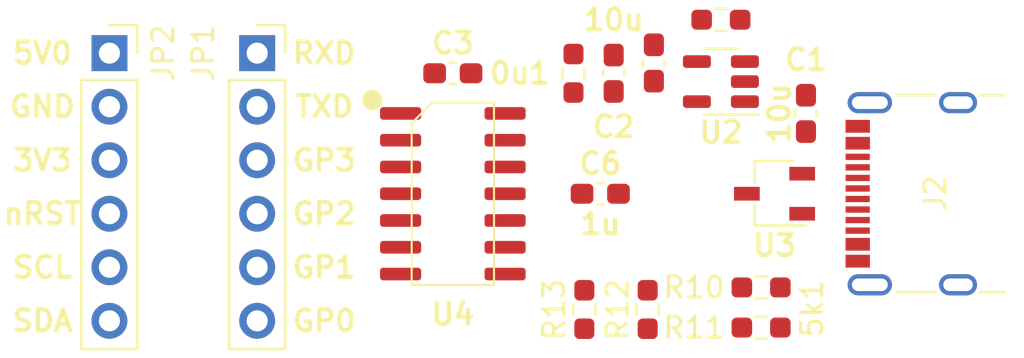
<source format=kicad_pcb>
(kicad_pcb (version 20221018) (generator pcbnew)
  (title_block (title "MCP2221A USB-C") (rev "0.1"))
  (layers (0 "F.Cu" mixed) (31 "B.Cu" mixed) (35 "F.Paste" user) (37 "F.SilkS" user "F.Silkscreen") (38 "B.Mask" user) (39 "F.Mask" user) (44 "Edge.Cuts" user))
  (net 0 "")
  (net 1 "Net-(J2-CC1)")
  (net 2 "Net-(J2-CC2)")
  (net 3 "GND")
  (net 4 "Net-(U2-FB)")
  (net 8 "+5V")
  (net 9 "+3V3")
  (net 10 "MCP2221_TXD")
  (net 11 "MCP2221_RXD")
  (net 12 "GP3")
  (net 13 "GP2")
  (net 14 "GP1")
  (net 15 "GP0")
  (net 16 "nRST")
  (net 17 "SCL")
  (net 18 "SDA")
  (net 19 "/Dp")
  (net 20 "/Dm")
  (net 21 "/VUSB")
  (footprint "Capacitor_SMD:C_0603_1608Metric_Pad1.08x0.95mm_HandSolder" (layer "F.Cu") (at 160.02 52.705)
    (fp_text reference "C3" (at 0 -1.43) (layer "F.SilkS") (effects (font (thickness 0.2))))
    (fp_text value "0u1" (at 3.175 0) (layer "F.SilkS") (effects (font (thickness 0.2))))
    (fp_line (start -0.146267 -0.51) (end 0.146267 -0.51) (stroke (width 0.12)) (layer "F.SilkS"))
    (fp_line (start -0.146267 0.51) (end 0.146267 0.51) (stroke (width 0.12)) (layer "F.SilkS"))
    (pad "1" smd roundrect (at -0.8625 0) (size 1.075 0.95) (layers "F.Cu" "F.Paste" "F.Mask") (net 9 "+3V3"))
    (pad "2" smd roundrect (at 0.8625 0) (size 1.075 0.95) (layers "F.Cu" "F.Paste" "F.Mask") (net 3 "GND"))
  )
  (footprint "Package_TO_SOT_SMD:SOT-23-5" (layer "F.Cu") (at 172.72 53.1 180)
    (fp_text reference "U2" (at 0 -2.4) (layer "F.SilkS") (effects (font (thickness 0.2))))
    (fp_text value "LDO3V3")
    (fp_line (start 0 -1.56) (end -1.8 -1.56) (stroke (width 0.12)) (layer "F.SilkS"))
    (fp_line (start 0 -1.56) (end 0.8 -1.56) (stroke (width 0.12)) (layer "F.SilkS"))
    (fp_line (start 0 1.56) (end -0.8 1.56) (stroke (width 0.12)) (layer "F.SilkS"))
    (fp_line (start 0 1.56) (end 0.8 1.56) (stroke (width 0.12)) (layer "F.SilkS"))
    (pad "1" smd roundrect (at -1.1375 -0.95 180) (size 1.325 0.6) (layers "F.Cu" "F.Paste" "F.Mask") (net 8 "+5V"))
    (pad "2" smd roundrect (at -1.1375 0 180) (size 1.325 0.6) (layers "F.Cu" "F.Paste" "F.Mask") (net 3 "GND"))
    (pad "3" smd roundrect (at -1.1375 0.95 180) (size 1.325 0.6) (layers "F.Cu" "F.Paste" "F.Mask") (net 8 "+5V"))
    (pad "4" smd roundrect (at 1.1375 0.95 180) (size 1.325 0.6) (layers "F.Cu" "F.Paste" "F.Mask") (net 4 "Net-(U2-FB)"))
    (pad "5" smd roundrect (at 1.1375 -0.95 180) (size 1.325 0.6) (layers "F.Cu" "F.Paste" "F.Mask") (net 9 "+3V3"))
  )
  (footprint "Resistor_SMD:R_0603_1608Metric_Pad0.98x0.95mm_HandSolder" (layer "F.Cu") (at 166.25 63.9125 90)
    (fp_text reference "R13" (at 0 -1.43 90) (layer "F.SilkS"))
    (fp_text value "5k1")
    (fp_line (start -0.254724 -0.5225) (end 0.254724 -0.5225) (stroke (width 0.12)) (layer "F.SilkS"))
    (fp_line (start -0.254724 0.5225) (end 0.254724 0.5225) (stroke (width 0.12)) (layer "F.SilkS"))
    (pad "1" smd roundrect (at -0.9125 0 90) (size 0.975 0.95) (layers "F.Cu" "F.Paste" "F.Mask") (net 9 "+3V3"))
    (pad "2" smd roundrect (at 0.9125 0 90) (size 0.975 0.95) (layers "F.Cu" "F.Paste" "F.Mask") (net 18 "SDA"))
  )
  (footprint "Resistor_SMD:R_0603_1608Metric_Pad0.98x0.95mm_HandSolder" (layer "F.Cu") (at 172.72 50.165)
    (fp_text reference "R8" hide)
    (fp_text value "DNP")
    (fp_line (start -0.254724 -0.5225) (end 0.254724 -0.5225) (stroke (width 0.12)) (layer "F.SilkS"))
    (fp_line (start -0.254724 0.5225) (end 0.254724 0.5225) (stroke (width 0.12)) (layer "F.SilkS"))
    (pad "1" smd roundrect (at -0.9125 0) (size 0.975 0.95) (layers "F.Cu" "F.Paste" "F.Mask") (net 4 "Net-(U2-FB)"))
    (pad "2" smd roundrect (at 0.9125 0) (size 0.975 0.95) (layers "F.Cu" "F.Paste" "F.Mask") (net 3 "GND"))
  )
  (footprint "Capacitor_SMD:C_0603_1608Metric_Pad1.08x0.95mm_HandSolder" (layer "F.Cu") (at 167.64 52.705 90)
    (fp_text reference "C2" (at -2.54 0 180) (layer "F.SilkS") (effects (font (thickness 0.2))))
    (fp_text value "10u" (at 2.54 0 180) (layer "F.SilkS") (effects (font (thickness 0.2))))
    (fp_line (start -0.146267 -0.51) (end 0.146267 -0.51) (stroke (width 0.12)) (layer "F.SilkS"))
    (fp_line (start -0.146267 0.51) (end 0.146267 0.51) (stroke (width 0.12)) (layer "F.SilkS"))
    (pad "1" smd roundrect (at -0.8625 0 90) (size 1.075 0.95) (layers "F.Cu" "F.Paste" "F.Mask") (net 9 "+3V3"))
    (pad "2" smd roundrect (at 0.8625 0 90) (size 1.075 0.95) (layers "F.Cu" "F.Paste" "F.Mask") (net 3 "GND"))
  )
  (footprint "Resistor_SMD:R_0603_1608Metric_Pad0.98x0.95mm_HandSolder" (layer "F.Cu") (at 165.735 52.705 90)
    (fp_text reference "R5" hide)
    (fp_text value "DNP")
    (fp_line (start -0.254724 -0.5225) (end 0.254724 -0.5225) (stroke (width 0.12)) (layer "F.SilkS"))
    (fp_line (start -0.254724 0.5225) (end 0.254724 0.5225) (stroke (width 0.12)) (layer "F.SilkS"))
    (pad "1" smd roundrect (at -0.9125 0 90) (size 0.975 0.95) (layers "F.Cu" "F.Paste" "F.Mask") (net 9 "+3V3"))
    (pad "2" smd roundrect (at 0.9125 0 90) (size 0.975 0.95) (layers "F.Cu" "F.Paste" "F.Mask") (net 4 "Net-(U2-FB)"))
  )
  (footprint "Connector_PinSocket_2.54mm:PinSocket_1x06_P2.54mm_Vertical" (layer "F.Cu") (at 143.75 51.75)
    (fp_text reference "JP2" (at 2.54 0 90) (layer "F.SilkS"))
    (fp_text value "Conn_01x06")
    (fp_text user "nRST" (at -3.175 7.62 unlocked) (layer "F.SilkS") (effects (font (thickness 0.2))))
    (fp_text user "5V0" (at -3.175 0 unlocked) (layer "F.SilkS") (effects (font (thickness 0.2))))
    (fp_text user "SDA" (at -3.175 12.7 unlocked) (layer "F.SilkS") (effects (font (thickness 0.2))))
    (fp_text user "GND" (at -3.175 2.54 unlocked) (layer "F.SilkS") (effects (font (thickness 0.2))))
    (fp_text user "3V3" (at -3.175 5.08 unlocked) (layer "F.SilkS") (effects (font (thickness 0.2))))
    (fp_text user "SCL" (at -3.175 10.16 unlocked) (layer "F.SilkS") (effects (font (thickness 0.2))))
    (fp_line (start -1.33 1.27) (end -1.33 14.03) (stroke (width 0.12)) (layer "F.SilkS"))
    (fp_line (start -1.33 1.27) (end 1.33 1.27) (stroke (width 0.12)) (layer "F.SilkS"))
    (fp_line (start -1.33 14.03) (end 1.33 14.03) (stroke (width 0.12)) (layer "F.SilkS"))
    (fp_line (start 0 -1.33) (end 1.33 -1.33) (stroke (width 0.12)) (layer "F.SilkS"))
    (fp_line (start 1.33 -1.33) (end 1.33 0) (stroke (width 0.12)) (layer "F.SilkS"))
    (fp_line (start 1.33 1.27) (end 1.33 14.03) (stroke (width 0.12)) (layer "F.SilkS"))
    (pad "1" thru_hole rect (at 0 0) (size 1.7 1.7) (drill 1) (layers "*.Cu" "*.Mask") (net 8 "+5V"))
    (pad "2" thru_hole oval (at 0 2.54) (size 1.7 1.7) (drill 1) (layers "*.Cu" "*.Mask") (net 3 "GND"))
    (pad "3" thru_hole oval (at 0 5.08) (size 1.7 1.7) (drill 1) (layers "*.Cu" "*.Mask") (net 9 "+3V3"))
    (pad "4" thru_hole oval (at 0 7.62) (size 1.7 1.7) (drill 1) (layers "*.Cu" "*.Mask") (net 16 "nRST"))
    (pad "5" thru_hole oval (at 0 10.16) (size 1.7 1.7) (drill 1) (layers "*.Cu" "*.Mask") (net 17 "SCL"))
    (pad "6" thru_hole oval (at 0 12.7) (size 1.7 1.7) (drill 1) (layers "*.Cu" "*.Mask") (net 18 "SDA"))
  )
  (footprint "Resistor_SMD:R_0603_1608Metric_Pad0.98x0.95mm_HandSolder" (layer "F.Cu") (at 174.625 64.77 180)
    (fp_text reference "R11" (at 3.175 0) (layer "F.SilkS"))
    (fp_text value "5k1" hide)
    (fp_line (start -0.254724 -0.5225) (end 0.254724 -0.5225) (stroke (width 0.12)) (layer "F.SilkS"))
    (fp_line (start -0.254724 0.5225) (end 0.254724 0.5225) (stroke (width 0.12)) (layer "F.SilkS"))
    (pad "1" smd roundrect (at -0.9125 0 180) (size 0.975 0.95) (layers "F.Cu" "F.Paste" "F.Mask") (net 1 "Net-(J2-CC1)"))
    (pad "2" smd roundrect (at 0.9125 0 180) (size 0.975 0.95) (layers "F.Cu" "F.Paste" "F.Mask") (net 3 "GND"))
  )
  (footprint "Resistor_SMD:R_0603_1608Metric_Pad0.98x0.95mm_HandSolder" (layer "F.Cu") (at 169.25 63.9125 90)
    (fp_text reference "R12" (at 0 -1.43 90) (layer "F.SilkS"))
    (fp_text value "5k1")
    (fp_line (start -0.254724 -0.5225) (end 0.254724 -0.5225) (stroke (width 0.12)) (layer "F.SilkS"))
    (fp_line (start -0.254724 0.5225) (end 0.254724 0.5225) (stroke (width 0.12)) (layer "F.SilkS"))
    (pad "1" smd roundrect (at -0.9125 0 90) (size 0.975 0.95) (layers "F.Cu" "F.Paste" "F.Mask") (net 9 "+3V3"))
    (pad "2" smd roundrect (at 0.9125 0 90) (size 0.975 0.95) (layers "F.Cu" "F.Paste" "F.Mask") (net 17 "SCL"))
  )
  (footprint "Connector_USB:USB_C_Receptacle_GCT_USB4105-xx-A_16P_TopMnt_Horizontal" (layer "F.Cu") (at 182.88 58.42 90)
    (fp_text reference "J2" (at 0 0 90 unlocked) (layer "F.SilkS"))
    (fp_text value "USB_C_Receptacle_USB2.0")
    (fp_line (start -4.67 0) (end -4.67 -1.8) (stroke (width 0.12)) (layer "F.SilkS"))
    (fp_line (start -4.67 2.1) (end -4.67 3.25) (stroke (width 0.12)) (layer "F.SilkS"))
    (fp_line (start 4.67 0) (end 4.67 -1.8) (stroke (width 0.12)) (layer "F.SilkS"))
    (fp_line (start 4.67 2.1) (end 4.67 3.25) (stroke (width 0.12)) (layer "F.SilkS"))
    (pad "" np_thru_hole circle (at -2.89 -2.605 90) (size 0.65 0.65) (drill 0.65) (layers "F&B.Cu" "*.Mask"))
    (pad "" np_thru_hole circle (at 2.89 -2.605 90) (size 0.65 0.65) (drill 0.65) (layers "F&B.Cu" "*.Mask"))
    (pad "A1" smd rect (at -3.2 -3.68 90) (size 0.6 1.15) (layers "F.Cu" "F.Paste" "F.Mask") (net 3 "GND"))
    (pad "A4" smd rect (at -2.4 -3.68 90) (size 0.6 1.15) (layers "F.Cu" "F.Paste" "F.Mask") (net 8 "+5V"))
    (pad "A5" smd rect (at -1.25 -3.68 90) (size 0.3 1.15) (layers "F.Cu" "F.Paste" "F.Mask") (net 1 "Net-(J2-CC1)"))
    (pad "A6" smd rect (at -0.25 -3.68 90) (size 0.3 1.15) (layers "F.Cu" "F.Paste" "F.Mask") (net 19 "/Dp"))
    (pad "A7" smd rect (at 0.25 -3.68 90) (size 0.3 1.15) (layers "F.Cu" "F.Paste" "F.Mask") (net 20 "/Dm"))
    (pad "A8" smd rect (at 1.25 -3.68 90) (size 0.3 1.15) (layers "F.Cu" "F.Paste" "F.Mask"))
    (pad "A9" smd rect (at 2.4 -3.68 90) (size 0.6 1.15) (layers "F.Cu" "F.Paste" "F.Mask") (net 8 "+5V"))
    (pad "A12" smd rect (at 3.2 -3.68 90) (size 0.6 1.15) (layers "F.Cu" "F.Paste" "F.Mask") (net 3 "GND"))
    (pad "B1" smd rect (at 3.2 -3.68 90) (size 0.6 1.15) (layers "F.Cu" "F.Paste" "F.Mask") (net 3 "GND"))
    (pad "B4" smd rect (at 2.4 -3.68 90) (size 0.6 1.15) (layers "F.Cu" "F.Paste" "F.Mask") (net 8 "+5V"))
    (pad "B5" smd rect (at 1.75 -3.68 90) (size 0.3 1.15) (layers "F.Cu" "F.Paste" "F.Mask") (net 2 "Net-(J2-CC2)"))
    (pad "B6" smd rect (at 0.75 -3.68 90) (size 0.3 1.15) (layers "F.Cu" "F.Paste" "F.Mask") (net 19 "/Dp"))
    (pad "B7" smd rect (at -0.75 -3.68 90) (size 0.3 1.15) (layers "F.Cu" "F.Paste" "F.Mask") (net 20 "/Dm"))
    (pad "B8" smd rect (at -1.75 -3.68 90) (size 0.3 1.15) (layers "F.Cu" "F.Paste" "F.Mask"))
    (pad "B9" smd rect (at -2.4 -3.68 90) (size 0.6 1.15) (layers "F.Cu" "F.Paste" "F.Mask") (net 8 "+5V"))
    (pad "B12" smd rect (at -3.2 -3.68 90) (size 0.6 1.15) (layers "F.Cu" "F.Paste" "F.Mask") (net 3 "GND"))
    (pad "S1" thru_hole oval (at -4.32 -3.105 90) (size 1 2.1) (drill oval 0.6 1.7) (layers "*.Cu" "*.Mask"))
    (pad "S1" thru_hole oval (at -4.32 1.075 90) (size 1 1.8) (drill oval 0.6 1.4) (layers "*.Cu" "*.Mask"))
    (pad "S1" thru_hole oval (at 4.32 -3.105 90) (size 1 2.1) (drill oval 0.6 1.7) (layers "*.Cu" "*.Mask"))
    (pad "S1" thru_hole oval (at 4.32 1.075 90) (size 1 1.8) (drill oval 0.6 1.4) (layers "*.Cu" "*.Mask"))
  )
  (footprint "Capacitor_SMD:C_0603_1608Metric_Pad1.08x0.95mm_HandSolder" (layer "F.Cu") (at 169.545 52.216267 -90)
    (fp_text reference "C9" hide)
    (fp_text value "DNP")
    (fp_line (start -0.146267 -0.51) (end 0.146267 -0.51) (stroke (width 0.12)) (layer "F.SilkS"))
    (fp_line (start -0.146267 0.51) (end 0.146267 0.51) (stroke (width 0.12)) (layer "F.SilkS"))
    (pad "1" smd roundrect (at -0.8625 0 270) (size 1.075 0.95) (layers "F.Cu" "F.Paste" "F.Mask") (net 4 "Net-(U2-FB)"))
    (pad "2" smd roundrect (at 0.8625 0 270) (size 1.075 0.95) (layers "F.Cu" "F.Paste" "F.Mask") (net 3 "GND"))
  )
  (footprint "Capacitor_SMD:C_0603_1608Metric_Pad1.08x0.95mm_HandSolder" (layer "F.Cu") (at 176.75 54.61 90)
    (fp_text reference "C1" (at 2.54 0 180) (layer "F.SilkS") (effects (font (thickness 0.2))))
    (fp_text value "10u" (at 0 -1.27 90) (layer "F.SilkS") (effects (font (thickness 0.2))))
    (fp_line (start -0.146267 -0.51) (end 0.146267 -0.51) (stroke (width 0.12)) (layer "F.SilkS"))
    (fp_line (start -0.146267 0.51) (end 0.146267 0.51) (stroke (width 0.12)) (layer "F.SilkS"))
    (pad "1" smd roundrect (at -0.8625 0 90) (size 1.075 0.95) (layers "F.Cu" "F.Paste" "F.Mask") (net 8 "+5V"))
    (pad "2" smd roundrect (at 0.8625 0 90) (size 1.075 0.95) (layers "F.Cu" "F.Paste" "F.Mask") (net 3 "GND"))
  )
  (footprint "Package_TO_SOT_SMD:TSOT-23" (layer "F.Cu") (at 175.26 58.42 180)
    (fp_text reference "U3" (at 0 -2.45) (layer "F.SilkS") (effects (font (thickness 0.2))))
    (fp_text value "USB_ESD")
    (fp_line (start 0.93 -1.51) (end -1.5 -1.51) (stroke (width 0.12)) (layer "F.SilkS"))
    (fp_line (start 0.95 -1.5) (end 0.95 -0.5) (stroke (width 0.12)) (layer "F.SilkS"))
    (fp_line (start 0.95 0.5) (end 0.95 1.55) (stroke (width 0.12)) (layer "F.SilkS"))
    (fp_line (start 0.95 1.55) (end -0.9 1.55) (stroke (width 0.12)) (layer "F.SilkS"))
    (pad "1" smd rect (at -1.31 -0.95 180) (size 1.22 0.65) (layers "F.Cu" "F.Paste" "F.Mask") (net 19 "/Dp"))
    (pad "2" smd rect (at -1.31 0.95 180) (size 1.22 0.65) (layers "F.Cu" "F.Paste" "F.Mask") (net 20 "/Dm"))
    (pad "3" smd rect (at 1.31 0 180) (size 1.22 0.65) (layers "F.Cu" "F.Paste" "F.Mask") (net 3 "GND"))
  )
  (footprint "Resistor_SMD:R_0603_1608Metric_Pad0.98x0.95mm_HandSolder" (layer "F.Cu") (at 174.625 62.865 180)
    (fp_text reference "R10" (at 3.175 0) (layer "F.SilkS"))
    (fp_text value "5k1" (at -2.413 -1.016 90) (layer "F.SilkS"))
    (fp_line (start -0.254724 -0.5225) (end 0.254724 -0.5225) (stroke (width 0.12)) (layer "F.SilkS"))
    (fp_line (start -0.254724 0.5225) (end 0.254724 0.5225) (stroke (width 0.12)) (layer "F.SilkS"))
    (pad "1" smd roundrect (at -0.9125 0 180) (size 0.975 0.95) (layers "F.Cu" "F.Paste" "F.Mask") (net 2 "Net-(J2-CC2)"))
    (pad "2" smd roundrect (at 0.9125 0 180) (size 0.975 0.95) (layers "F.Cu" "F.Paste" "F.Mask") (net 3 "GND"))
  )
  (footprint "Package_SO:SOIC-14_3.9x8.7mm_P1.27mm" (layer "F.Cu") (at 160.02 58.42)
    (fp_text reference "U4" (at 0 5.715) (layer "F.SilkS") (effects (font (thickness 0.2))))
    (fp_text value "MCP2221AxSL")
    (fp_line (start -1.95 -3.35) (end -0.975 -4.325) (stroke (width 0.1)) (layer "F.SilkS"))
    (fp_line (start -1.95 4.325) (end -1.95 -3.35) (stroke (width 0.1)) (layer "F.SilkS"))
    (fp_line (start -0.975 -4.325) (end 1.95 -4.325) (stroke (width 0.1)) (layer "F.SilkS"))
    (fp_line (start 1.95 -4.325) (end 1.95 4.325) (stroke (width 0.1)) (layer "F.SilkS"))
    (fp_line (start 1.95 4.325) (end -1.95 4.325) (stroke (width 0.1)) (layer "F.SilkS"))
    (fp_circle (center -3.81 -4.445) (end -3.429 -4.445) (stroke (width 0.2)) (fill solid) (layer "F.SilkS"))
    (pad "1" smd roundrect (at -2.475 -3.81) (size 1.95 0.6) (layers "F.Cu" "F.Paste" "F.Mask") (net 9 "+3V3"))
    (pad "2" smd roundrect (at -2.475 -2.54) (size 1.95 0.6) (layers "F.Cu" "F.Paste" "F.Mask") (net 15 "GP0"))
    (pad "3" smd roundrect (at -2.475 -1.27) (size 1.95 0.6) (layers "F.Cu" "F.Paste" "F.Mask") (net 14 "GP1"))
    (pad "4" smd roundrect (at -2.475 0) (size 1.95 0.6) (layers "F.Cu" "F.Paste" "F.Mask") (net 16 "nRST"))
    (pad "5" smd roundrect (at -2.475 1.27) (size 1.95 0.6) (layers "F.Cu" "F.Paste" "F.Mask") (net 11 "MCP2221_RXD"))
    (pad "6" smd roundrect (at -2.475 2.54) (size 1.95 0.6) (layers "F.Cu" "F.Paste" "F.Mask") (net 10 "MCP2221_TXD"))
    (pad "7" smd roundrect (at -2.475 3.81) (size 1.95 0.6) (layers "F.Cu" "F.Paste" "F.Mask") (net 13 "GP2"))
    (pad "8" smd roundrect (at 2.475 3.81) (size 1.95 0.6) (layers "F.Cu" "F.Paste" "F.Mask") (net 12 "GP3"))
    (pad "9" smd roundrect (at 2.475 2.54) (size 1.95 0.6) (layers "F.Cu" "F.Paste" "F.Mask") (net 18 "SDA"))
    (pad "10" smd roundrect (at 2.475 1.27) (size 1.95 0.6) (layers "F.Cu" "F.Paste" "F.Mask") (net 17 "SCL"))
    (pad "11" smd roundrect (at 2.475 0) (size 1.95 0.6) (layers "F.Cu" "F.Paste" "F.Mask") (net 21 "/VUSB"))
    (pad "12" smd roundrect (at 2.475 -1.27) (size 1.95 0.6) (layers "F.Cu" "F.Paste" "F.Mask") (net 20 "/Dm"))
    (pad "13" smd roundrect (at 2.475 -2.54) (size 1.95 0.6) (layers "F.Cu" "F.Paste" "F.Mask") (net 19 "/Dp"))
    (pad "14" smd roundrect (at 2.475 -3.81) (size 1.95 0.6) (layers "F.Cu" "F.Paste" "F.Mask") (net 3 "GND"))
  )
  (footprint "Connector_PinSocket_2.54mm:PinSocket_1x06_P2.54mm_Vertical" (layer "F.Cu") (at 150.75 51.75)
    (fp_text reference "JP1" (at -2.565 0 90) (layer "F.SilkS"))
    (fp_text value "Conn_01x06")
    (fp_text user "GP3" (at 3.175 5.08 unlocked) (layer "F.SilkS") (effects (font (thickness 0.2))))
    (fp_text user "TXD" (at 3.175 2.54 unlocked) (layer "F.SilkS") (effects (font (thickness 0.2))))
    (fp_text user "GP2" (at 3.175 7.62 unlocked) (layer "F.SilkS") (effects (font (thickness 0.2))))
    (fp_text user "GP0" (at 3.175 12.7 unlocked) (layer "F.SilkS") (effects (font (thickness 0.2))))
    (fp_text user "RXD" (at 3.175 0 unlocked) (layer "F.SilkS") (effects (font (thickness 0.2))))
    (fp_text user "GP1" (at 3.175 10.16 unlocked) (layer "F.SilkS") (effects (font (thickness 0.2))))
    (fp_line (start -1.33 1.27) (end -1.33 14.03) (stroke (width 0.12)) (layer "F.SilkS"))
    (fp_line (start -1.33 1.27) (end 1.33 1.27) (stroke (width 0.12)) (layer "F.SilkS"))
    (fp_line (start -1.33 14.03) (end 1.33 14.03) (stroke (width 0.12)) (layer "F.SilkS"))
    (fp_line (start 0 -1.33) (end 1.33 -1.33) (stroke (width 0.12)) (layer "F.SilkS"))
    (fp_line (start 1.33 -1.33) (end 1.33 0) (stroke (width 0.12)) (layer "F.SilkS"))
    (fp_line (start 1.33 1.27) (end 1.33 14.03) (stroke (width 0.12)) (layer "F.SilkS"))
    (pad "1" thru_hole rect (at 0 0) (size 1.7 1.7) (drill 1) (layers "*.Cu" "*.Mask") (net 11 "MCP2221_RXD"))
    (pad "2" thru_hole oval (at 0 2.54) (size 1.7 1.7) (drill 1) (layers "*.Cu" "*.Mask") (net 10 "MCP2221_TXD"))
    (pad "3" thru_hole oval (at 0 5.08) (size 1.7 1.7) (drill 1) (layers "*.Cu" "*.Mask") (net 12 "GP3"))
    (pad "4" thru_hole oval (at 0 7.62) (size 1.7 1.7) (drill 1) (layers "*.Cu" "*.Mask") (net 13 "GP2"))
    (pad "5" thru_hole oval (at 0 10.16) (size 1.7 1.7) (drill 1) (layers "*.Cu" "*.Mask") (net 14 "GP1"))
    (pad "6" thru_hole oval (at 0 12.7) (size 1.7 1.7) (drill 1) (layers "*.Cu" "*.Mask") (net 15 "GP0"))
  )
  (footprint "Capacitor_SMD:C_0603_1608Metric_Pad1.08x0.95mm_HandSolder" (layer "F.Cu") (at 167.005 58.42)
    (fp_text reference "C6" (at 0 -1.43) (layer "F.SilkS") (effects (font (thickness 0.2))))
    (fp_text value "1u" (at 0 1.43) (layer "F.SilkS") (effects (font (thickness 0.2))))
    (fp_line (start -0.146267 -0.51) (end 0.146267 -0.51) (stroke (width 0.12)) (layer "F.SilkS"))
    (fp_line (start -0.146267 0.51) (end 0.146267 0.51) (stroke (width 0.12)) (layer "F.SilkS"))
    (pad "1" smd roundrect (at -0.8625 0) (size 1.075 0.95) (layers "F.Cu" "F.Paste" "F.Mask") (net 21 "/VUSB"))
    (pad "2" smd roundrect (at 0.8625 0) (size 1.075 0.95) (layers "F.Cu" "F.Paste" "F.Mask") (net 3 "GND"))
  )
)
</source>
